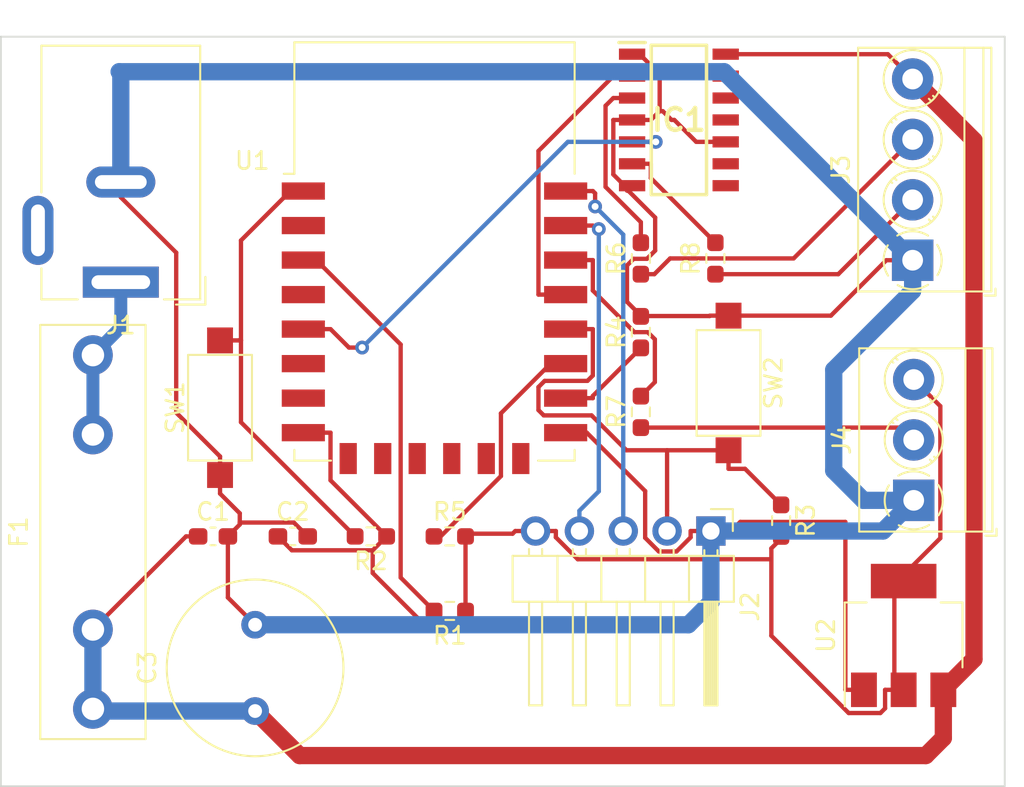
<source format=kicad_pcb>
(kicad_pcb (version 20211014) (generator pcbnew)
  (layers (0 "F.Cu" signal) (31 "B.Cu" signal) (34 "B.Paste" user) (35 "F.Paste" user) (36 "B.SilkS" user "B.Silkscreen") (37 "F.SilkS" user "F.Silkscreen") (38 "B.Mask" user) (39 "F.Mask" user) (44 "Edge.Cuts" user))
  (net 0 "")
  (net 1 "+5V")
  (net 2 "GND")
  (net 3 "+3V3")
  (net 4 "Net-(F1-Pad2)")
  (net 5 "GPIO4")
  (net 6 "DIN")
  (net 7 "GPIO14")
  (net 8 "CLK")
  (net 13 "GPIO0")
  (net 14 "TX")
  (net 15 "RX")
  (net 16 "Net-(J3-Pad2)")
  (net 17 "Net-(J3-Pad3)")
  (net 18 "Net-(J4-Pad2)")
  (net 19 "Net-(R1-Pad2)")
  (net 20 "Net-(R2-Pad2)")
  (net 21 "Net-(R4-Pad1)")
  (net 22 "Net-(R5-Pad1)")
  (net 23 "DHT")
  (footprint "TerminalBlock_Phoenix:TerminalBlock_Phoenix_PT-1,5-3-3.5-H_1x03_P3.50mm_Horizontal" (layer "F.Cu") (at 99.884 69.794 90)
    (fp_text reference "J4" (at 3.5 -4.16 90) (layer "F.SilkS"))
    (fp_text value "DHT11 / DHT22")
    (fp_line (start -1.81 -3.16) (end -1.81 4.56) (layer "F.SilkS") (width 0.12))
    (fp_line (start -1.81 3) (end 8.81 3) (layer "F.SilkS") (width 0.12))
    (fp_line (start 4.775 -1.069) (end 4.646 -0.941) (layer "F.SilkS") (width 0.12))
    (fp_line (start 8.81 -3.16) (end 8.81 4.56) (layer "F.SilkS") (width 0.12))
    (fp_line (start 2.525 1.181) (end 2.431 1.274) (layer "F.SilkS") (width 0.12))
    (fp_line (start 6.025 1.181) (end 5.931 1.274) (layer "F.SilkS") (width 0.12))
    (fp_line (start -2.05 4.8) (end -1.65 4.8) (layer "F.SilkS") (width 0.12))
    (fp_line (start 2.355 0.941) (end 2.226 1.069) (layer "F.SilkS") (width 0.12))
    (fp_line (start 8.275 -1.069) (end 8.146 -0.941) (layer "F.SilkS") (width 0.12))
    (fp_line (start 4.57 -1.275) (end 4.476 -1.181) (layer "F.SilkS") (width 0.12))
    (fp_line (start -1.81 4.1) (end 8.81 4.1) (layer "F.SilkS") (width 0.12))
    (fp_line (start -2.05 4.16) (end -2.05 4.8) (layer "F.SilkS") (width 0.12))
    (fp_line (start 8.07 -1.275) (end 7.976 -1.181) (layer "F.SilkS") (width 0.12))
    (fp_line (start -1.81 -3.16) (end 8.81 -3.16) (layer "F.SilkS") (width 0.12))
    (fp_line (start -1.81 4.56) (end 8.81 4.56) (layer "F.SilkS") (width 0.12))
    (fp_line (start 5.855 0.941) (end 5.726 1.069) (layer "F.SilkS") (width 0.12))
    (fp_arc (start -0.889894 -1.425358) (mid -0.014012 -1.680286) (end 0.866 -1.44) (layer "F.SilkS") (width 0.12))
    (fp_arc (start 0.890264 1.424721) (mid 0.463071 1.61492) (end 0 1.68) (layer "F.SilkS") (width 0.12))
    (fp_arc (start 1.425504 -0.890193) (mid 1.680626 0.000476) (end 1.425 0.891) (layer "F.SilkS") (width 0.12))
    (fp_arc (start -1.425358 0.889894) (mid -1.680286 0.014012) (end -1.44 -0.866) (layer "F.SilkS") (width 0.12))
    (fp_arc (start 0.028674 1.680099) (mid -0.435535 1.622918) (end -0.866 1.44) (layer "F.SilkS") (width 0.12))
    (fp_circle (center 7 0) (end 8.68 0) (layer "F.SilkS") (width 0.12) (fill none))
    (fp_circle (center 3.5 0) (end 5.18 0) (layer "F.SilkS") (width 0.12) (fill none))
    (pad "1" thru_hole rect locked (at 0 0 90) (size 2.4 2.4) (drill 1.2) (layers *.Cu *.Mask) (net 2 "GND"))
    (pad "2" thru_hole circle locked (at 3.5 0 90) (size 2.4 2.4) (drill 1.2) (layers *.Cu *.Mask) (net 18 "Net-(J4-Pad2)"))
    (pad "3" thru_hole circle locked (at 7 0 90) (size 2.4 2.4) (drill 1.2) (layers *.Cu *.Mask) (net 3 "+3V3"))
  )
  (footprint "Capacitor_SMD:C_0603_1608Metric_Pad1.08x0.95mm_HandSolder" (layer "F.Cu") (at 63.9075 71.882)
    (fp_text reference "C2" (at 0 -1.43) (layer "F.SilkS"))
    (fp_text value "100nF")
    (fp_line (start -0.146267 0.51) (end 0.146267 0.51) (layer "F.SilkS") (width 0.12))
    (fp_line (start -0.146267 -0.51) (end 0.146267 -0.51) (layer "F.SilkS") (width 0.12))
    (pad "1" smd roundrect locked (at -0.8625 0) (size 1.075 0.95) (layers "F.Cu" "F.Paste" "F.Mask") (net 3 "+3V3"))
    (pad "2" smd roundrect locked (at 0.8625 0) (size 1.075 0.95) (layers "F.Cu" "F.Paste" "F.Mask") (net 2 "GND"))
  )
  (footprint "Connector_BarrelJack:BarrelJack_Wuerth_6941xx301002" (layer "F.Cu") (at 53.94 57.15 180)
    (fp_text reference "J1" (at 0 -2.5) (layer "F.SilkS"))
    (fp_text value "Barrel_Jack")
    (fp_line (start 2.5 -1) (end 4.6 -1) (layer "F.SilkS") (width 0.12))
    (fp_line (start -4.9 -1.3) (end -4.9 0.3) (layer "F.SilkS") (width 0.12))
    (fp_line (start 4.6 -1) (end 4.6 0.8) (layer "F.SilkS") (width 0.12))
    (fp_line (start 4.6 13.7) (end -4.6 13.7) (layer "F.SilkS") (width 0.12))
    (fp_line (start -3.2 -1.3) (end -4.9 -1.3) (layer "F.SilkS") (width 0.12))
    (fp_line (start 4.6 5.2) (end 4.6 13.7) (layer "F.SilkS") (width 0.12))
    (fp_line (start -4.6 -1) (end -2.5 -1) (layer "F.SilkS") (width 0.12))
    (fp_line (start -4.6 13.7) (end -4.6 -1) (layer "F.SilkS") (width 0.12))
    (pad "1" thru_hole rect locked (at 0 0 180) (size 4.4 1.8) (drill oval 3.4 0.8) (layers *.Cu *.Mask) (net 4 "Net-(F1-Pad2)"))
    (pad "2" thru_hole oval locked (at 0 5.8 180) (size 4 1.8) (drill oval 3 0.8) (layers *.Cu *.Mask) (net 2 "GND"))
    (pad "3" thru_hole oval locked (at 4.8 3 270) (size 4 1.8) (drill oval 3 0.8) (layers *.Cu *.Mask))
  )
  (footprint "Resistor_SMD:R_0603_1608Metric_Pad0.98x0.95mm_HandSolder" (layer "F.Cu") (at 88.392 55.7765 90)
    (fp_text reference "R8" (at 0 -1.43 90) (layer "F.SilkS"))
    (fp_text value "330Ω")
    (fp_line (start -0.254724 -0.5225) (end 0.254724 -0.5225) (layer "F.SilkS") (width 0.12))
    (fp_line (start -0.254724 0.5225) (end 0.254724 0.5225) (layer "F.SilkS") (width 0.12))
    (pad "1" smd roundrect locked (at -0.9125 0 90) (size 0.975 0.95) (layers "F.Cu" "F.Paste" "F.Mask") (net 16 "Net-(J3-Pad2)"))
    (pad "2" smd roundrect locked (at 0.9125 0 90) (size 0.975 0.95) (layers "F.Cu" "F.Paste" "F.Mask") (net 8 "CLK"))
  )
  (footprint "Resistor_SMD:R_0603_1608Metric_Pad0.98x0.95mm_HandSolder" (layer "F.Cu") (at 84.074 55.7765 90)
    (fp_text reference "R6" (at 0 -1.43 90) (layer "F.SilkS"))
    (fp_text value "330Ω")
    (fp_line (start -0.254724 0.5225) (end 0.254724 0.5225) (layer "F.SilkS") (width 0.12))
    (fp_line (start -0.254724 -0.5225) (end 0.254724 -0.5225) (layer "F.SilkS") (width 0.12))
    (pad "1" smd roundrect locked (at -0.9125 0 90) (size 0.975 0.95) (layers "F.Cu" "F.Paste" "F.Mask") (net 17 "Net-(J3-Pad3)"))
    (pad "2" smd roundrect locked (at 0.9125 0 90) (size 0.975 0.95) (layers "F.Cu" "F.Paste" "F.Mask") (net 6 "DIN"))
  )
  (footprint "Resistor_SMD:R_0603_1608Metric_Pad0.98x0.95mm_HandSolder" (layer "F.Cu") (at 92.202 70.9695 -90)
    (fp_text reference "R3" (at 0 -1.43 90) (layer "F.SilkS"))
    (fp_text value "10kΩ")
    (fp_line (start -0.254724 -0.5225) (end 0.254724 -0.5225) (layer "F.SilkS") (width 0.12))
    (fp_line (start -0.254724 0.5225) (end 0.254724 0.5225) (layer "F.SilkS") (width 0.12))
    (pad "1" smd roundrect locked (at -0.9125 0 270) (size 0.975 0.95) (layers "F.Cu" "F.Paste" "F.Mask") (net 13 "GPIO0"))
    (pad "2" smd roundrect locked (at 0.9125 0 270) (size 0.975 0.95) (layers "F.Cu" "F.Paste" "F.Mask") (net 3 "+3V3"))
  )
  (footprint "RF_Module:ESP-12E" (layer "F.Cu") (at 72.116 55.372)
    (fp_text reference "U1" (at -10.56 -5.26) (layer "F.SilkS"))
    (fp_text value "ESP-12E")
    (fp_line (start 8.12 12.12) (end 6 12.12) (layer "F.SilkS") (width 0.12))
    (fp_line (start -6 12.12) (end -8.12 12.12) (layer "F.SilkS") (width 0.12))
    (fp_line (start -8.12 12.12) (end -8.12 11.5) (layer "F.SilkS") (width 0.12))
    (fp_line (start 8.12 11.5) (end 8.12 12.12) (layer "F.SilkS") (width 0.12))
    (fp_line (start -8.12 -4.5) (end -8.73 -4.5) (layer "F.SilkS") (width 0.12))
    (fp_line (start 8.12 -12.12) (end 8.12 -4.5) (layer "F.SilkS") (width 0.12))
    (fp_line (start -8.12 -12.12) (end 8.12 -12.12) (layer "F.SilkS") (width 0.12))
    (fp_line (start -8.12 -4.5) (end -8.12 -12.12) (layer "F.SilkS") (width 0.12))
    (pad "1" smd rect locked (at -7.6 -3.5) (size 2.5 1) (layers "F.Cu" "F.Paste" "F.Mask") (net 20 "Net-(R2-Pad2)"))
    (pad "2" smd rect locked (at -7.6 -1.5) (size 2.5 1) (layers "F.Cu" "F.Paste" "F.Mask"))
    (pad "3" smd rect locked (at -7.6 0.5) (size 2.5 1) (layers "F.Cu" "F.Paste" "F.Mask") (net 19 "Net-(R1-Pad2)"))
    (pad "4" smd rect locked (at -7.6 2.5) (size 2.5 1) (layers "F.Cu" "F.Paste" "F.Mask"))
    (pad "5" smd rect locked (at -7.6 4.5) (size 2.5 1) (layers "F.Cu" "F.Paste" "F.Mask") (net 7 "GPIO14"))
    (pad "6" smd rect locked (at -7.6 6.5) (size 2.5 1) (layers "F.Cu" "F.Paste" "F.Mask"))
    (pad "7" smd rect locked (at -7.6 8.5) (size 2.5 1) (layers "F.Cu" "F.Paste" "F.Mask"))
    (pad "8" smd rect locked (at -7.6 10.5) (size 2.5 1) (layers "F.Cu" "F.Paste" "F.Mask") (net 3 "+3V3"))
    (pad "9" smd rect locked (at -5 12) (size 1 1.8) (layers "F.Cu" "F.Paste" "F.Mask"))
    (pad "10" smd rect locked (at -3 12) (size 1 1.8) (layers "F.Cu" "F.Paste" "F.Mask"))
    (pad "11" smd rect locked (at -1 12) (size 1 1.8) (layers "F.Cu" "F.Paste" "F.Mask"))
    (pad "12" smd rect locked (at 1 12) (size 1 1.8) (layers "F.Cu" "F.Paste" "F.Mask"))
    (pad "13" smd rect locked (at 3 12) (size 1 1.8) (layers "F.Cu" "F.Paste" "F.Mask"))
    (pad "14" smd rect locked (at 5 12) (size 1 1.8) (layers "F.Cu" "F.Paste" "F.Mask"))
    (pad "15" smd rect locked (at 7.6 10.5) (size 2.5 1) (layers "F.Cu" "F.Paste" "F.Mask") (net 2 "GND"))
    (pad "16" smd rect locked (at 7.6 8.5) (size 2.5 1) (layers "F.Cu" "F.Paste" "F.Mask") (net 21 "Net-(R4-Pad1)"))
    (pad "17" smd rect locked (at 7.6 6.5) (size 2.5 1) (layers "F.Cu" "F.Paste" "F.Mask") (net 22 "Net-(R5-Pad1)"))
    (pad "18" smd rect locked (at 7.6 4.5) (size 2.5 1) (layers "F.Cu" "F.Paste" "F.Mask") (net 13 "GPIO0"))
    (pad "19" smd rect locked (at 7.6 2.5) (size 2.5 1) (layers "F.Cu" "F.Paste" "F.Mask") (net 5 "GPIO4"))
    (pad "20" smd rect locked (at 7.6 0.5) (size 2.5 1) (layers "F.Cu" "F.Paste" "F.Mask") (net 23 "DHT"))
    (pad "21" smd rect locked (at 7.6 -1.5) (size 2.5 1) (layers "F.Cu" "F.Paste" "F.Mask") (net 15 "RX"))
    (pad "22" smd rect locked (at 7.6 -3.5) (size 2.5 1) (layers "F.Cu" "F.Paste" "F.Mask") (net 14 "TX"))
  )
  (footprint "Resistor_SMD:R_0603_1608Metric_Pad0.98x0.95mm_HandSolder" (layer "F.Cu") (at 73.0015 71.882)
    (fp_text reference "R5" (at 0 -1.43) (layer "F.SilkS"))
    (fp_text value "10kΩ")
    (fp_line (start -0.254724 -0.5225) (end 0.254724 -0.5225) (layer "F.SilkS") (width 0.12))
    (fp_line (start -0.254724 0.5225) (end 0.254724 0.5225) (layer "F.SilkS") (width 0.12))
    (pad "1" smd roundrect locked (at -0.9125 0) (size 0.975 0.95) (layers "F.Cu" "F.Paste" "F.Mask") (net 22 "Net-(R5-Pad1)"))
    (pad "2" smd roundrect locked (at 0.9125 0) (size 0.975 0.95) (layers "F.Cu" "F.Paste" "F.Mask") (net 3 "+3V3"))
  )
  (footprint "Resistor_SMD:R_0603_1608Metric_Pad0.98x0.95mm_HandSolder" (layer "F.Cu") (at 84.074 64.6665 90)
    (fp_text reference "R7" (at 0 -1.43 90) (layer "F.SilkS"))
    (fp_text value "330Ω")
    (fp_line (start -0.254724 -0.5225) (end 0.254724 -0.5225) (layer "F.SilkS") (width 0.12))
    (fp_line (start -0.254724 0.5225) (end 0.254724 0.5225) (layer "F.SilkS") (width 0.12))
    (pad "1" smd roundrect locked (at -0.9125 0 90) (size 0.975 0.95) (layers "F.Cu" "F.Paste" "F.Mask") (net 18 "Net-(J4-Pad2)"))
    (pad "2" smd roundrect locked (at 0.9125 0 90) (size 0.975 0.95) (layers "F.Cu" "F.Paste" "F.Mask") (net 23 "DHT"))
  )
  (footprint "Button_Switch_SMD:SW_SPST_CK_RS282G05A3" (layer "F.Cu") (at 59.69 64.426 90)
    (fp_text reference "SW1" (at 0 -2.6 90) (layer "F.SilkS"))
    (fp_text value "Reset")
    (fp_line (start -3.06 1.85) (end -3.06 -1.85) (layer "F.SilkS") (width 0.12))
    (fp_line (start -3.06 -1.85) (end 3.06 -1.85) (layer "F.SilkS") (width 0.12))
    (fp_line (start 3.06 1.85) (end -3.06 1.85) (layer "F.SilkS") (width 0.12))
    (fp_line (start 3.06 -1.85) (end 3.06 1.85) (layer "F.SilkS") (width 0.12))
    (pad "1" smd rect locked (at -3.9 0 90) (size 1.5 1.5) (layers "F.Cu" "F.Paste" "F.Mask") (net 2 "GND"))
    (pad "2" smd rect locked (at 3.9 0 90) (size 1.5 1.5) (layers "F.Cu" "F.Paste" "F.Mask") (net 20 "Net-(R2-Pad2)"))
  )
  (footprint "Resistor_SMD:R_0603_1608Metric_Pad0.98x0.95mm_HandSolder" (layer "F.Cu") (at 84.074 60.0475 90)
    (fp_text reference "R4" (at 0 -1.43 90) (layer "F.SilkS"))
    (fp_text value "10kΩ")
    (fp_line (start -0.254724 -0.5225) (end 0.254724 -0.5225) (layer "F.SilkS") (width 0.12))
    (fp_line (start -0.254724 0.5225) (end 0.254724 0.5225) (layer "F.SilkS") (width 0.12))
    (pad "1" smd roundrect locked (at -0.9125 0 90) (size 0.975 0.95) (layers "F.Cu" "F.Paste" "F.Mask") (net 21 "Net-(R4-Pad1)"))
    (pad "2" smd roundrect locked (at 0.9125 0 90) (size 0.975 0.95) (layers "F.Cu" "F.Paste" "F.Mask") (net 2 "GND"))
  )
  (footprint "Fuse:Fuseholder_Littelfuse_100_series_5x20mm" (layer "F.Cu") (at 52.324 81.878 90)
    (fp_text reference "F1" (at 10.25 -4.3 90 unlocked) (layer "F.SilkS"))
    (fp_text value "Fuse")
    (fp_line (start 22.25 -3.05) (end 22.25 3.05) (layer "F.SilkS") (width 0.12))
    (fp_line (start -1.75 -3.05) (end 22.25 -3.05) (layer "F.SilkS") (width 0.12))
    (fp_line (start 22.25 3.05) (end -1.75 3.05) (layer "F.SilkS") (width 0.12))
    (fp_line (start -1.75 3.05) (end -1.75 -3.05) (layer "F.SilkS") (width 0.12))
    (pad "1" thru_hole circle (at 4.6 0 90) (size 2.3 2.3) (drill 1.3) (layers *.Cu *.Mask) (net 1 "+5V"))
    (pad "1" thru_hole circle (at 0 0 90) (size 2.3 2.3) (drill 1.3) (layers *.Cu *.Mask) (net 1 "+5V"))
    (pad "2" thru_hole circle (at 20.5 0 90) (size 2.3 2.3) (drill 1.3) (layers *.Cu *.Mask) (net 4 "Net-(F1-Pad2)"))
    (pad "2" thru_hole circle (at 15.9 0 90) (size 2.3 2.3) (drill 1.3) (layers *.Cu *.Mask) (net 4 "Net-(F1-Pad2)"))
  )
  (footprint "Resistor_SMD:R_0603_1608Metric_Pad0.98x0.95mm_HandSolder" (layer "F.Cu") (at 73.0015 76.2 180)
    (fp_text reference "R1" (at 0 -1.43) (layer "F.SilkS"))
    (fp_text value "10kΩ")
    (fp_line (start -0.254724 -0.5225) (end 0.254724 -0.5225) (layer "F.SilkS") (width 0.12))
    (fp_line (start -0.254724 0.5225) (end 0.254724 0.5225) (layer "F.SilkS") (width 0.12))
    (pad "1" smd roundrect locked (at -0.9125 0 180) (size 0.975 0.95) (layers "F.Cu" "F.Paste" "F.Mask") (net 3 "+3V3"))
    (pad "2" smd roundrect locked (at 0.9125 0 180) (size 0.975 0.95) (layers "F.Cu" "F.Paste" "F.Mask") (net 19 "Net-(R1-Pad2)"))
  )
  (footprint "Capacitor_THT:C_Radial_D10.0mm_H20.0mm_P5.00mm" (layer "F.Cu") (at 61.722 82.002 90)
    (fp_text reference "C3" (at 2.5 -6.25 90) (layer "F.SilkS"))
    (fp_text value "1000μF")
    (fp_circle (center 2.5 0) (end 7.62 0) (layer "F.SilkS") (width 0.12) (fill none))
    (pad "1" thru_hole circle locked (at 0 0 90) (size 1.6 1.6) (drill 0.8) (layers *.Cu *.Mask) (net 1 "+5V"))
    (pad "2" thru_hole circle locked (at 5 0 90) (size 1.6 1.6) (drill 0.8) (layers *.Cu *.Mask) (net 2 "GND"))
  )
  (footprint "TerminalBlock_Phoenix:TerminalBlock_Phoenix_PT-1,5-4-3.5-H_1x04_P3.50mm_Horizontal" (layer "F.Cu") (at 99.822 55.88 90)
    (fp_text reference "J3" (at 5.25 -4.16 90) (layer "F.SilkS"))
    (fp_text value "WLED (VCC, DI, CI, GND)")
    (fp_line (start 11.775 -1.069) (end 11.646 -0.941) (layer "F.SilkS") (width 0.12))
    (fp_line (start 11.57 -1.275) (end 11.476 -1.181) (layer "F.SilkS") (width 0.12))
    (fp_line (start 12.31 -3.16) (end 12.31 4.56) (layer "F.SilkS") (width 0.12))
    (fp_line (start -1.81 4.1) (end 12.31 4.1) (layer "F.SilkS") (width 0.12))
    (fp_line (start -1.81 -3.16) (end 12.31 -3.16) (layer "F.SilkS") (width 0.12))
    (fp_line (start 4.57 -1.275) (end 4.476 -1.181) (layer "F.SilkS") (width 0.12))
    (fp_line (start 6.025 1.181) (end 5.931 1.274) (layer "F.SilkS") (width 0.12))
    (fp_line (start 5.855 0.941) (end 5.726 1.069) (layer "F.SilkS") (width 0.12))
    (fp_line (start 2.355 0.941) (end 2.226 1.069) (layer "F.SilkS") (width 0.12))
    (fp_line (start 2.525 1.181) (end 2.431 1.274) (layer "F.SilkS") (width 0.12))
    (fp_line (start 8.275 -1.069) (end 8.146 -0.941) (layer "F.SilkS") (width 0.12))
    (fp_line (start -1.81 -3.16) (end -1.81 4.56) (layer "F.SilkS") (width 0.12))
    (fp_line (start 9.525 1.181) (end 9.431 1.274) (layer "F.SilkS") (width 0.12))
    (fp_line (start 8.07 -1.275) (end 7.976 -1.181) (layer "F.SilkS") (width 0.12))
    (fp_line (start -1.81 3) (end 12.31 3) (layer "F.SilkS") (width 0.12))
    (fp_line (start 9.355 0.941) (end 9.226 1.069) (layer "F.SilkS") (width 0.12))
    (fp_line (start -2.05 4.8) (end -1.65 4.8) (layer "F.SilkS") (width 0.12))
    (fp_line (start -2.05 4.16) (end -2.05 4.8) (layer "F.SilkS") (width 0.12))
    (fp_line (start 4.775 -1.069) (end 4.646 -0.941) (layer "F.SilkS") (width 0.12))
    (fp_line (start -1.81 4.56) (end 12.31 4.56) (layer "F.SilkS") (width 0.12))
    (fp_arc (start 0.890264 1.424721) (mid 0.463071 1.61492) (end 0 1.68) (layer "F.SilkS") (width 0.12))
    (fp_arc (start 1.425504 -0.890193) (mid 1.680626 0.000476) (end 1.425 0.891) (layer "F.SilkS") (width 0.12))
    (fp_arc (start -1.425358 0.889894) (mid -1.680286 0.014012) (end -1.44 -0.866) (layer "F.SilkS") (width 0.12))
    (fp_arc (start 0.028674 1.680099) (mid -0.435535 1.622918) (end -0.866 1.44) (layer "F.SilkS") (width 0.12))
    (fp_arc (start -0.889894 -1.425358) (mid -0.014012 -1.680286) (end 0.866 -1.44) (layer "F.SilkS") (width 0.12))
    (fp_circle (center 10.5 0) (end 12.18 0) (layer "F.SilkS") (width 0.12) (fill none))
    (fp_circle (center 7 0) (end 8.68 0) (layer "F.SilkS") (width 0.12) (fill none))
    (fp_circle (center 3.5 0) (end 5.18 0) (layer "F.SilkS") (width 0.12) (fill none))
    (pad "1" thru_hole rect locked (at 0 0 90) (size 2.4 2.4) (drill 1.2) (layers *.Cu *.Mask) (net 2 "GND"))
    (pad "2" thru_hole circle locked (at 3.5 0 90) (size 2.4 2.4) (drill 1.2) (layers *.Cu *.Mask) (net 16 "Net-(J3-Pad2)"))
    (pad "3" thru_hole circle locked (at 7 0 90) (size 2.4 2.4) (drill 1.2) (layers *.Cu *.Mask) (net 17 "Net-(J3-Pad3)"))
    (pad "4" thru_hole circle locked (at 10.5 0 90) (size 2.4 2.4) (drill 1.2) (layers *.Cu *.Mask) (net 1 "+5V"))
  )
  (footprint "Button_Switch_SMD:SW_SPST_CK_RS282G05A3" (layer "F.Cu") (at 89.154 62.992 -90)
    (fp_text reference "SW2" (at 0 -2.6 90) (layer "F.SilkS"))
    (fp_text value "Prog")
    (fp_line (start 3.06 -1.85) (end 3.06 1.85) (layer "F.SilkS") (width 0.12))
    (fp_line (start -3.06 1.85) (end -3.06 -1.85) (layer "F.SilkS") (width 0.12))
    (fp_line (start 3.06 1.85) (end -3.06 1.85) (layer "F.SilkS") (width 0.12))
    (fp_line (start -3.06 -1.85) (end 3.06 -1.85) (layer "F.SilkS") (width 0.12))
    (pad "1" smd rect locked (at -3.9 0 270) (size 1.5 1.5) (layers "F.Cu" "F.Paste" "F.Mask") (net 2 "GND"))
    (pad "2" smd rect locked (at 3.9 0 270) (size 1.5 1.5) (layers "F.Cu" "F.Paste" "F.Mask") (net 13 "GPIO0"))
  )
  (footprint "Capacitor_SMD:C_0603_1608Metric_Pad1.08x0.95mm_HandSolder" (layer "F.Cu") (at 59.2825 71.882)
    (fp_text reference "C1" (at 0 -1.43) (layer "F.SilkS"))
    (fp_text value "100nF")
    (fp_line (start -0.146267 -0.51) (end 0.146267 -0.51) (layer "F.SilkS") (width 0.12))
    (fp_line (start -0.146267 0.51) (end 0.146267 0.51) (layer "F.SilkS") (width 0.12))
    (pad "1" smd roundrect locked (at -0.8625 0) (size 1.075 0.95) (layers "F.Cu" "F.Paste" "F.Mask") (net 1 "+5V"))
    (pad "2" smd roundrect locked (at 0.8625 0) (size 1.075 0.95) (layers "F.Cu" "F.Paste" "F.Mask") (net 2 "GND"))
  )
  (footprint "Resistor_SMD:R_0603_1608Metric_Pad0.98x0.95mm_HandSolder" (layer "F.Cu") (at 68.4295 71.882 180)
    (fp_text reference "R2" (at 0 -1.43) (layer "F.SilkS"))
    (fp_text value "10kΩ")
    (fp_line (start -0.254724 0.5225) (end 0.254724 0.5225) (layer "F.SilkS") (width 0.12))
    (fp_line (start -0.254724 -0.5225) (end 0.254724 -0.5225) (layer "F.SilkS") (width 0.12))
    (pad "1" smd roundrect locked (at -0.9125 0 180) (size 0.975 0.95) (layers "F.Cu" "F.Paste" "F.Mask") (net 3 "+3V3"))
    (pad "2" smd roundrect locked (at 0.9125 0 180) (size 0.975 0.95) (layers "F.Cu" "F.Paste" "F.Mask") (net 20 "Net-(R2-Pad2)"))
  )
  (footprint "Connector_PinHeader_2.54mm:PinHeader_1x05_P2.54mm_Horizontal" (layer "F.Cu") (at 88.133 71.571 -90)
    (fp_text reference "J2" (at 4.385 -2.27 90) (layer "F.SilkS"))
    (fp_text value "FTDI Programmer")
    (fp_line (start 1.44 11.49) (end 4.1 11.49) (layer "F.SilkS") (width 0.12))
    (fp_line (start 10.1 0.38) (end 4.1 0.38) (layer "F.SilkS") (width 0.12))
    (fp_line (start 1.11 -0.38) (end 1.44 -0.38) (layer "F.SilkS") (width 0.12))
    (fp_line (start 1.11 0.38) (end 1.44 0.38) (layer "F.SilkS") (width 0.12))
    (fp_line (start 1.042929 9.78) (end 1.44 9.78) (layer "F.SilkS") (width 0.12))
    (fp_line (start -1.27 -1.27) (end 0 -1.27) (layer "F.SilkS") (width 0.12))
    (fp_line (start 10.1 2.16) (end 10.1 2.92) (layer "F.SilkS") (width 0.12))
    (fp_line (start 10.1 8) (end 4.1 8) (layer "F.SilkS") (width 0.12))
    (fp_line (start 1.042929 8) (end 1.44 8) (layer "F.SilkS") (width 0.12))
    (fp_line (start 4.1 2.16) (end 10.1 2.16) (layer "F.SilkS") (width 0.12))
    (fp_line (start 4.1 0.16) (end 10.1 0.16) (layer "F.SilkS") (width 0.12))
    (fp_line (start 4.1 -0.32) (end 10.1 -0.32) (layer "F.SilkS") (width 0.12))
    (fp_line (start 1.042929 4.7) (end 1.44 4.7) (layer "F.SilkS") (width 0.12))
    (fp_line (start 10.1 2.92) (end 4.1 2.92) (layer "F.SilkS") (width 0.12))
    (fp_line (start 4.1 -0.38) (end 10.1 -0.38) (layer "F.SilkS") (width 0.12))
    (fp_line (start 4.1 -0.2) (end 10.1 -0.2) (layer "F.SilkS") (width 0.12))
    (fp_line (start 10.1 9.78) (end 10.1 10.54) (layer "F.SilkS") (width 0.12))
    (fp_line (start 4.1 9.78) (end 10.1 9.78) (layer "F.SilkS") (width 0.12))
    (fp_line (start 1.44 3.81) (end 4.1 3.81) (layer "F.SilkS") (width 0.12))
    (fp_line (start 10.1 7.24) (end 10.1 8) (layer "F.SilkS") (width 0.12))
    (fp_line (start 4.1 0.28) (end 10.1 0.28) (layer "F.SilkS") (width 0.12))
    (fp_line (start 4.1 -0.08) (end 10.1 -0.08) (layer "F.SilkS") (width 0.12))
    (fp_line (start 10.1 -0.38) (end 10.1 0.38) (layer "F.SilkS") (width 0.12))
    (fp_line (start 4.1 -1.33) (end 1.44 -1.33) (layer "F.SilkS") (width 0.12))
    (fp_line (start -1.27 0) (end -1.27 -1.27) (layer "F.SilkS") (width 0.12))
    (fp_line (start 4.1 0.04) (end 10.1 0.04) (layer "F.SilkS") (width 0.12))
    (fp_line (start 1.44 8.89) (end 4.1 8.89) (layer "F.SilkS") (width 0.12))
    (fp_line (start 10.1 5.46) (end 4.1 5.46) (layer "F.SilkS") (width 0.12))
    (fp_line (start 4.1 11.49) (end 4.1 -1.33) (layer "F.SilkS") (width 0.12))
    (fp_line (start 1.042929 2.16) (end 1.44 2.16) (layer "F.SilkS") (width 0.12))
    (fp_line (start 4.1 4.7) (end 10.1 4.7) (layer "F.SilkS") (width 0.12))
    (fp_line (start 10.1 10.54) (end 4.1 10.54) (layer "F.SilkS") (width 0.12))
    (fp_line (start 1.042929 7.24) (end 1.44 7.24) (layer "F.SilkS") (width 0.12))
    (fp_line (start 1.44 -1.33) (end 1.44 11.49) (layer "F.SilkS") (width 0.12))
    (fp_line (start 1.042929 2.92) (end 1.44 2.92) (layer "F.SilkS") (width 0.12))
    (fp_line (start 1.44 1.27) (end 4.1 1.27) (layer "F.SilkS") (width 0.12))
    (fp_line (start 4.1 7.24) (end 10.1 7.24) (layer "F.SilkS") (width 0.12))
    (fp_line (start 1.042929 10.54) (end 1.44 10.54) (layer "F.SilkS") (width 0.12))
    (fp_line (start 1.44 6.35) (end 4.1 6.35) (layer "F.SilkS") (width 0.12))
    (fp_line (start 10.1 4.7) (end 10.1 5.46) (layer "F.SilkS") (width 0.12))
    (fp_line (start 1.042929 5.46) (end 1.44 5.46) (layer "F.SilkS") (width 0.12))
    (pad "1" thru_hole rect locked (at 0 0 270) (size 1.7 1.7) (drill 1) (layers *.Cu *.Mask) (net 2 "GND"))
    (pad "2" thru_hole oval locked (at 0 2.54 270) (size 1.7 1.7) (drill 1) (layers *.Cu *.Mask) (net 13 "GPIO0"))
    (pad "3" thru_hole oval locked (at 0 5.08 270) (size 1.7 1.7) (drill 1) (layers *.Cu *.Mask) (net 14 "TX"))
    (pad "4" thru_hole oval locked (at 0 7.62 270) (size 1.7 1.7) (drill 1) (layers *.Cu *.Mask) (net 15 "RX"))
    (pad "5" thru_hole oval locked (at 0 10.16 270) (size 1.7 1.7) (drill 1) (layers *.Cu *.Mask) (net 3 "+3V3"))
  )
  (footprint "Package_TO_SOT_SMD:SOT-223-3_TabPin2" (layer "F.Cu") (at 99.3 77.622 90)
    (fp_text reference "U2" (at 0 -4.5 90) (layer "F.SilkS"))
    (fp_text value "AMS1117-3.3")
    (fp_line (start 1.91 -3.41) (end 1.91 -2.15) (layer "F.SilkS") (width 0.12))
    (fp_line (start -4.1 -3.41) (end 1.91 -3.41) (layer "F.SilkS") (width 0.12))
    (fp_line (start 1.91 3.41) (end 1.91 2.15) (layer "F.SilkS") (width 0.12))
    (fp_line (start -1.85 3.41) (end 1.91 3.41) (layer "F.SilkS") (width 0.12))
    (pad "1" smd rect locked (at -3.15 -2.3 90) (size 2 1.5) (layers "F.Cu" "F.Paste" "F.Mask") (net 2 "GND"))
    (pad "2" smd rect locked (at -3.15 0 90) (size 2 1.5) (layers "F.Cu" "F.Paste" "F.Mask") (net 3 "+3V3"))
    (pad "2" smd rect locked (at 3.15 0 90) (size 2 3.8) (layers "F.Cu" "F.Paste" "F.Mask") (net 3 "+3V3"))
    (pad "3" smd rect locked (at -3.15 2.3 90) (size 2 1.5) (layers "F.Cu" "F.Paste" "F.Mask") (net 1 "+5V"))
  )
  (footprint "OwnLibary:SOIC127P600X175-14N" (layer "F.Cu") (at 86.278 47.752)
    (fp_text reference "IC1" (at 0 0) (layer "F.SilkS") (effects (font (size 1.27 1.27) (thickness 0.254))))
    (fp_text value "SN74HCT125D" hide)
    (fp_line (start 1.6 -4.325) (end 1.6 4.325) (layer "F.SilkS") (width 0.2))
    (fp_line (start -3.475 -4.485) (end -1.95 -4.485) (layer "F.SilkS") (width 0.2))
    (fp_line (start -1.6 -4.325) (end 1.6 -4.325) (layer "F.SilkS") (width 0.2))
    (fp_line (start 1.6 4.325) (end -1.6 4.325) (layer "F.SilkS") (width 0.2))
    (fp_line (start -1.6 4.325) (end -1.6 -4.325) (layer "F.SilkS") (width 0.2))
    (pad "1" smd rect locked (at -2.712 -3.81 90) (size 0.65 1.525) (layers "F.Cu" "F.Paste" "F.Mask") (net 2 "GND"))
    (pad "2" smd rect locked (at -2.712 -2.54 90) (size 0.65 1.525) (layers "F.Cu" "F.Paste" "F.Mask") (net 5 "GPIO4"))
    (pad "3" smd rect locked (at -2.712 -1.27 90) (size 0.65 1.525) (layers "F.Cu" "F.Paste" "F.Mask") (net 6 "DIN"))
    (pad "4" smd rect locked (at -2.712 0 90) (size 0.65 1.525) (layers "F.Cu" "F.Paste" "F.Mask") (net 2 "GND"))
    (pad "5" smd rect locked (at -2.712 1.27 90) (size 0.65 1.525) (layers "F.Cu" "F.Paste" "F.Mask") (net 7 "GPIO14"))
    (pad "6" smd rect locked (at -2.712 2.54 90) (size 0.65 1.525) (layers "F.Cu" "F.Paste" "F.Mask") (net 8 "CLK"))
    (pad "7" smd rect locked (at -2.712 3.81 90) (size 0.65 1.525) (layers "F.Cu" "F.Paste" "F.Mask") (net 2 "GND"))
    (pad "8" smd rect locked (at 2.712 3.81 90) (size 0.65 1.525) (layers "F.Cu" "F.Paste" "F.Mask"))
    (pad "9" smd rect locked (at 2.712 2.54 90) (size 0.65 1.525) (layers "F.Cu" "F.Paste" "F.Mask"))
    (pad "10" smd rect locked (at 2.712 1.27 90) (size 0.65 1.525) (layers "F.Cu" "F.Paste" "F.Mask") (net 2 "GND"))
    (pad "11" smd rect locked (at 2.712 0 90) (size 0.65 1.525) (layers "F.Cu" "F.Paste" "F.Mask"))
    (pad "12" smd rect locked (at 2.712 -1.27 90) (size 0.65 1.525) (layers "F.Cu" "F.Paste" "F.Mask"))
    (pad "13" smd rect locked (at 2.712 -2.54 90) (size 0.65 1.525) (layers "F.Cu" "F.Paste" "F.Mask") (net 2 "GND"))
    (pad "14" smd rect locked (at 2.712 -3.81 90) (size 0.65 1.525) (layers "F.Cu" "F.Paste" "F.Mask") (net 1 "+5V"))
  )
  (gr_line (start 46.99 86.36) (end 46.99 42.926) (layer "Edge.Cuts") (width 0.1))
  (gr_line (start 105.156 42.926) (end 105.156 82.55) (layer "Edge.Cuts") (width 0.1))
  (gr_line (start 105.156 86.36) (end 46.99 86.36) (layer "Edge.Cuts") (width 0.1))
  (gr_line (start 105.156 82.55) (end 105.156 86.36) (layer "Edge.Cuts") (width 0.1))
  (gr_line (start 46.99 42.926) (end 105.156 42.926) (layer "Edge.Cuts") (width 0.1))
  (segment (start 99.822 45.38) (end 103.378 48.936) (width 1) (layer "F.Cu") (net 1))
  (segment (start 61.722 82.002) (end 64.302 84.582) (width 1) (layer "F.Cu") (net 1))
  (segment (start 58.42 71.882) (end 57.72 71.882) (width 0.25) (layer "F.Cu") (net 1))
  (segment (start 98.384 43.942) (end 99.822 45.38) (width 0.25) (layer "F.Cu") (net 1))
  (segment (start 103.378 78.994) (end 101.6 80.772) (width 1) (layer "F.Cu") (net 1))
  (segment (start 101.6 83.566) (end 101.6 80.772) (width 1) (layer "F.Cu") (net 1))
  (segment (start 103.378 48.936) (end 103.378 78.994) (width 1) (layer "F.Cu") (net 1))
  (segment (start 61.598 81.878) (end 61.722 82.002) (width 0.25) (layer "F.Cu") (net 1))
  (segment (start 64.302 84.582) (end 100.584 84.582) (width 1) (layer "F.Cu") (net 1))
  (segment (start 100.584 84.582) (end 101.6 83.566) (width 1) (layer "F.Cu") (net 1))
  (segment (start 88.99 43.942) (end 98.384 43.942) (width 0.25) (layer "F.Cu") (net 1))
  (segment (start 57.72 71.882) (end 52.324 77.278) (width 0.25) (layer "F.Cu") (net 1))
  (segment (start 52.324 81.878) (end 52.324 77.278) (width 1) (layer "B.Cu") (net 1))
  (segment (start 52.448 82.002) (end 52.324 81.878) (width 0.25) (layer "B.Cu") (net 1))
  (segment (start 61.722 82.002) (end 52.448 82.002) (width 1) (layer "B.Cu") (net 1))
  (segment (start 57.15 55.442) (end 53.94 52.232) (width 0.25) (layer "F.Cu") (net 2))
  (segment (start 85.1154 72.7557) (end 84.323 71.9633) (width 0.25) (layer "F.Cu") (net 2))
  (segment (start 86.1403 72.7557) (end 85.1154 72.7557) (width 0.25) (layer "F.Cu") (net 2))
  (segment (start 89.061 59.092) (end 89.154 59.092) (width 0.25) (layer "F.Cu") (net 2))
  (segment (start 99.822 55.88) (end 98.2967 55.88) (width 0.25) (layer "F.Cu") (net 2))
  (segment (start 59.69 68.326) (end 59.69 67.2507) (width 0.25) (layer "F.Cu") (net 2))
  (segment (start 86.0125 47.752) (end 85.852 47.752) (width 0.25) (layer "F.Cu") (net 2))
  (segment (start 89.408 49.022) (end 88.99 49.022) (width 0.25) (layer "F.Cu") (net 2))
  (segment (start 95.0847 59.092) (end 98.2967 55.88) (width 0.25) (layer "F.Cu") (net 2))
  (segment (start 85.1643 45.212) (end 88.5525 45.212) (width 0.25) (layer "F.Cu") (net 2))
  (segment (start 83.566 43.942) (end 84.0035 43.942) (width 0.25) (layer "F.Cu") (net 2))
  (segment (start 85.3415 47.2415) (end 85.1643 47.2415) (width 0.25) (layer "F.Cu") (net 2))
  (segment (start 85.852 47.752) (end 85.3415 47.2415) (width 0.25) (layer "F.Cu") (net 2))
  (segment (start 83.566 47.752) (end 82.4782 47.752) (width 0.25) (layer "F.Cu") (net 2))
  (segment (start 85.1643 45.1028) (end 84.0035 43.942) (width 0.25) (layer "F.Cu") (net 2))
  (segment (start 60.8337 71.0807) (end 60.8337 70.545) (width 0.25) (layer "F.Cu") (net 2))
  (segment (start 86.0125 47.752) (end 87.2825 49.022) (width 0.25) (layer "F.Cu") (net 2))
  (segment (start 60.8337 71.0807) (end 63.9687 71.0807) (width 0.25) (layer "F.Cu") (net 2))
  (segment (start 80.94 65.872) (end 79.716 65.872) (width 0.25) (layer "F.Cu") (net 2))
  (segment (start 88.99 45.212) (end 88.5525 45.212) (width 0.25) (layer "F.Cu") (net 2))
  (segment (start 60.8337 70.545) (end 59.69 69.4013) (width 0.25) (layer "F.Cu") (net 2))
  (segment (start 84.9022 55.3225) (end 84.4258 55.7989) (width 0.25) (layer "F.Cu") (net 2))
  (segment (start 86.9577 71.9383) (end 86.1403 72.7557) (width 0.25) (layer "F.Cu") (net 2))
  (segment (start 57.15 64.7107) (end 57.15 55.442) (width 0.25) (layer "F.Cu") (net 2))
  (segment (start 82.4782 50.9114) (end 82.4782 47.752) (width 0.25) (layer "F.Cu") (net 2))
  (segment (start 83.566 51.562) (end 83.3474 51.7806) (width 0.25) (layer "F.Cu") (net 2))
  (segment (start 53.94 52.232) (end 53.94 51.35) (width 0.25) (layer "F.Cu") (net 2))
  (segment (start 85.1643 47.2415) (end 84.6538 47.752) (width 0.25) (layer "F.Cu") (net 2))
  (segment (start 85.1643 45.212) (end 85.1643 45.1028) (width 0.25) (layer "F.Cu") (net 2))
  (segment (start 83.3474 51.7806) (end 83.311 51.817) (width 0.25) (layer "F.Cu") (net 2))
  (segment (start 84.323 71.9633) (end 84.323 69.255) (width 0.25) (layer "F.Cu") (net 2))
  (segment (start 83.27 56.1824) (end 83.27 58.288) (width 0.25) (layer "F.Cu") (net 2))
  (segment (start 88.99 45.212) (end 89.4275 45.212) (width 0.25) (layer "F.Cu") (net 2))
  (segment (start 60.145 71.882) (end 60.8337 71.1933) (width 0.25) (layer "F.Cu") (net 2))
  (segment (start 84.117 59.092) (end 84.0955 59.1135) (width 0.25) (layer "F.Cu") (net 2))
  (segment (start 97 80.772) (end 95.9247 80.772) (width 0.25) (layer "F.Cu") (net 2))
  (segment (start 59.69 67.2507) (end 58.6147 66.1754) (width 0.25) (layer "F.Cu") (net 2))
  (segment (start 86.9577 71.571) (end 86.9577 71.9383) (width 0.25) (layer "F.Cu") (net 2))
  (segment (start 84.323 69.255) (end 80.94 65.872) (width 0.25) (layer "F.Cu") (net 2))
  (segment (start 89.8346 71.0447) (end 89.3083 71.571) (width 0.25) (layer "F.Cu") (net 2))
  (segment (start 84.4258 55.7989) (end 83.6535 55.7989) (width 0.25) (layer "F.Cu") (net 2))
  (segment (start 88.133 71.571) (end 89.3083 71.571) (width 0.25) (layer "F.Cu") (net 2))
  (segment (start 95.9247 71.0447) (end 95.9247 80.772) (width 0.25) (layer "F.Cu") (net 2))
  (segment (start 83.311 51.817) (end 83.2745 51.8535) (width 0.25) (layer "F.Cu") (net 2))
  (segment (start 85.1643 47.2415) (end 85.1643 45.212) (width 0.25) (layer "F.Cu") (net 2))
  (segment (start 60.8337 71.1933) (end 60.8337 71.0807) (width 0.25) (layer "F.Cu") (net 2))
  (segment (start 83.6535 55.7989) (end 83.27 56.1824) (width 0.25) (layer "F.Cu") (net 2))
  (segment (start 63.9687 71.0807) (end 64.77 71.882) (width 0.25) (layer "F.Cu") (net 2))
  (segment (start 84.0955 59.1135) (end 84.074 59.135) (width 0.25) (layer "F.Cu") (net 2))
  (segment (start 88.133 71.571) (end 86.9577 71.571) (width 0.25) (layer "F.Cu") (net 2))
  (segment (start 83.27 58.288) (end 84.0955 59.1135) (width 0.25) (layer "F.Cu") (net 2))
  (segment (start 58.6147 66.1754) (end 57.15 64.7107) (width 0.25) (layer "F.Cu") (net 2))
  (segment (start 83.3474 51.7806) (end 82.4782 50.9114) (width 0.25) (layer "F.Cu") (net 2))
  (segment (start 95.9247 71.0447) (end 89.8346 71.0447) (width 0.25) (layer "F.Cu") (net 2))
  (segment (start 60.145 75.425) (end 61.722 77.002) (width 0.25) (layer "F.Cu") (net 2))
  (segment (start 60.145 71.882) (end 60.145 75.425) (width 0.25) (layer "F.Cu") (net 2))
  (segment (start 84.0955 59.1135) (end 88.0572 59.1135) (width 0.25) (layer "F.Cu") (net 2))
  (segment (start 59.69 68.326) (end 59.69 69.4013) (width 0.25) (layer "F.Cu") (net 2))
  (segment (start 87.2825 49.022) (end 88.99 49.022) (width 0.25) (layer "F.Cu") (net 2))
  (segment (start 89.061 59.092) (end 88.0787 59.092) (width 0.25) (layer "F.Cu") (net 2))
  (segment (start 89.154 59.092) (end 95.0847 59.092) (width 0.25) (layer "F.Cu") (net 2))
  (segment (start 84.9022 53.4082) (end 84.9022 55.3225) (width 0.25) (layer "F.Cu") (net 2))
  (segment (start 83.311 51.817) (end 84.9022 53.4082) (width 0.25) (layer "F.Cu") (net 2))
  (segment (start 83.566 47.752) (end 84.6538 47.752) (width 0.25) (layer "F.Cu") (net 2))
  (segment (start 83.566 51.562) (end 84.0035 51.562) (width 0.25) (layer "F.Cu") (net 2))
  (segment (start 88.0572 59.1135) (end 88.0787 59.092) (width 0.25) (layer "F.Cu") (net 2))
  (segment (start 53.94 51.35) (end 53.94 45.05) (width 1) (layer "B.Cu") (net 2))
  (segment (start 99.822 57.658) (end 95.25 62.23) (width 1) (layer "B.Cu") (net 2))
  (segment (start 99.822 55.88) (end 99.822 57.658) (width 1) (layer "B.Cu") (net 2))
  (segment (start 98.107 71.571) (end 99.884 69.794) (width 1) (layer "B.Cu") (net 2))
  (segment (start 88.9 44.958) (end 99.822 55.88) (width 1) (layer "B.Cu") (net 2))
  (segment (start 53.94 45.05) (end 53.848 44.958) (width 1) (layer "B.Cu") (net 2))
  (segment (start 86.828 77.002) (end 88.138 75.692) (width 1) (layer "B.Cu") (net 2))
  (segment (start 88.133 75.687) (end 88.133 71.571) (width 1) (layer "B.Cu") (net 2))
  (segment (start 95.25 62.23) (end 95.25 68.072) (width 1) (layer "B.Cu") (net 2))
  (segment (start 61.722 77.002) (end 86.828 77.002) (width 1) (layer "B.Cu") (net 2))
  (segment (start 53.848 44.958) (end 88.9 44.958) (width 1) (layer "B.Cu") (net 2))
  (segment (start 88.133 71.571) (end 98.107 71.571) (width 1) (layer "B.Cu") (net 2))
  (segment (start 96.972 69.794) (end 99.884 69.794) (width 1) (layer "B.Cu") (net 2))
  (segment (start 95.25 68.072) (end 96.972 69.794) (width 1) (layer "B.Cu") (net 2))
  (segment (start 88.138 75.692) (end 88.133 75.687) (width 1) (layer "B.Cu") (net 2))
  (segment (start 91.6349 73.2068) (end 80.4188 73.2068) (width 0.25) (layer "F.Cu") (net 3))
  (segment (start 92.456 72.136) (end 92.2655 71.9455) (width 0.25) (layer "F.Cu") (net 3))
  (segment (start 96.1144 82.1177) (end 97.9543 82.1177) (width 0.25) (layer "F.Cu") (net 3))
  (segment (start 98.7624 80.772) (end 98.2247 80.772) (width 0.25) (layer "F.Cu") (net 3))
  (segment (start 73.914 71.882) (end 73.914 76.2) (width 0.25) (layer "F.Cu") (net 3))
  (segment (start 66.0913 68.6313) (end 66.0913 65.872) (width 0.25) (layer "F.Cu") (net 3))
  (segment (start 73.1075 77.0065) (end 71.5372 77.0065) (width 0.25) (layer "F.Cu") (net 3))
  (segment (start 101.4267 64.3367) (end 99.884 62.794) (width 0.25) (layer "F.Cu") (net 3))
  (segment (start 74.0695 71.7265) (end 76.6422 71.7265) (width 0.25) (layer "F.Cu") (net 3))
  (segment (start 101.4267 71.9829) (end 101.4267 64.3367) (width 0.25) (layer "F.Cu") (net 3))
  (segment (start 63.8511 72.6881) (end 63.045 71.882) (width 0.25) (layer "F.Cu") (net 3))
  (segment (start 99.3 80.772) (end 98.7624 80.772) (width 0.25) (layer "F.Cu") (net 3))
  (segment (start 80.4188 73.2068) (end 79.1483 71.9363) (width 0.25) (layer "F.Cu") (net 3))
  (segment (start 68.5359 72.6881) (end 63.8511 72.6881) (width 0.25) (layer "F.Cu") (net 3))
  (segment (start 69.342 71.882) (end 68.5359 72.6881) (width 0.25) (layer "F.Cu") (net 3))
  (segment (start 64.516 65.872) (end 66.0913 65.872) (width 0.25) (layer "F.Cu") (net 3))
  (segment (start 98.7624 74.6472) (end 98.9376 74.472) (width 0.25) (layer "F.Cu") (net 3))
  (segment (start 77.973 71.571) (end 79.1483 71.571) (width 0.25) (layer "F.Cu") (net 3))
  (segment (start 76.6422 71.7265) (end 76.7977 71.571) (width 0.25) (layer "F.Cu") (net 3))
  (segment (start 73.914 76.2) (end 73.1075 77.0065) (width 0.25) (layer "F.Cu") (net 3))
  (segment (start 79.1483 71.9363) (end 79.1483 71.571) (width 0.25) (layer "F.Cu") (net 3))
  (segment (start 74.225 71.571) (end 74.0695 71.7265) (width 0.25) (layer "F.Cu") (net 3))
  (segment (start 71.5372 77.0065) (end 68.5359 74.0052) (width 0.25) (layer "F.Cu") (net 3))
  (segment (start 97.9543 82.1177) (end 98.2247 81.8473) (width 0.25) (layer "F.Cu") (net 3))
  (segment (start 74.0695 71.7265) (end 73.914 71.882) (width 0.25) (layer "F.Cu") (net 3))
  (segment (start 68.5359 74.0052) (end 68.5359 72.6881) (width 0.25) (layer "F.Cu") (net 3))
  (segment (start 92.2655 71.9455) (end 91.6349 72.5761) (width 0.25) (layer "F.Cu") (net 3))
  (segment (start 69.342 71.882) (end 66.0913 68.6313) (width 0.25) (layer "F.Cu") (net 3))
  (segment (start 91.6349 77.6382) (end 96.1144 82.1177) (width 0.25) (layer "F.Cu") (net 3))
  (segment (start 98.9376 74.472) (end 101.4267 71.9829) (width 0.25) (layer "F.Cu") (net 3))
  (segment (start 91.6349 73.2068) (end 91.6349 77.6382) (width 0.25) (layer "F.Cu") (net 3))
  (segment (start 92.2655 71.9455) (end 92.202 71.882) (width 0.25) (layer "F.Cu") (net 3))
  (segment (start 98.7624 80.772) (end 98.7624 74.6472) (width 0.25) (layer "F.Cu") (net 3))
  (segment (start 77.973 71.571) (end 76.7977 71.571) (width 0.25) (layer "F.Cu") (net 3))
  (segment (start 91.6349 72.5761) (end 91.6349 73.2068) (width 0.25) (layer "F.Cu") (net 3))
  (segment (start 99.3 74.472) (end 98.9376 74.472) (width 0.25) (layer "F.Cu") (net 3))
  (segment (start 98.2247 81.8473) (end 98.2247 80.772) (width 0.25) (layer "F.Cu") (net 3))
  (segment (start 53.94 59.762) (end 53.94 57.15) (width 0.75) (layer "B.Cu") (net 4))
  (segment (start 52.324 61.378) (end 53.94 59.762) (width 0.75) (layer "B.Cu") (net 4))
  (segment (start 52.324 65.978) (end 52.324 61.378) (width 0.75) (layer "B.Cu") (net 4))
  (segment (start 82.4782 45.212) (end 78.1407 49.5495) (width 0.25) (layer "F.Cu") (net 5))
  (segment (start 78.1407 49.5495) (end 78.1407 57.872) (width 0.25) (layer "F.Cu") (net 5))
  (segment (start 79.716 57.872) (end 78.1407 57.872) (width 0.25) (layer "F.Cu") (net 5))
  (segment (start 83.566 45.212) (end 82.4782 45.212) (width 0.25) (layer "F.Cu") (net 5))
  (segment (start 82.4782 46.482) (end 82.0279 46.9323) (width 0.25) (layer "F.Cu") (net 6))
  (segment (start 83.566 46.482) (end 82.4782 46.482) (width 0.25) (layer "F.Cu") (net 6))
  (segment (start 82.0279 46.9323) (end 82.0279 51.6307) (width 0.25) (layer "F.Cu") (net 6))
  (segment (start 84.074 53.6768) (end 84.074 54.864) (width 0.25) (layer "F.Cu") (net 6))
  (segment (start 82.0279 51.6307) (end 84.074 53.6768) (width 0.25) (layer "F.Cu") (net 6))
  (segment (start 67.923 60.9409) (end 67.1602 60.9409) (width 0.25) (layer "F.Cu") (net 7))
  (segment (start 83.566 49.022) (end 84.9372 49.022) (width 0.25) (layer "F.Cu") (net 7))
  (segment (start 64.516 59.872) (end 66.0913 59.872) (width 0.25) (layer "F.Cu") (net 7))
  (segment (start 67.1602 60.9409) (end 66.0913 59.872) (width 0.25) (layer "F.Cu") (net 7))
  (via (at 67.923 60.9409) (size 0.8) (drill 0.4) (layers "F.Cu" "B.Cu") (net 7))
  (via (at 84.9372 49.022) (size 0.8) (drill 0.4) (layers "F.Cu" "B.Cu") (net 7))
  (segment (start 67.923 60.9409) (end 79.8419 49.022) (width 0.25) (layer "B.Cu") (net 7))
  (segment (start 79.8419 49.022) (end 84.9372 49.022) (width 0.25) (layer "B.Cu") (net 7))
  (segment (start 84.6538 51.1258) (end 88.392 54.864) (width 0.25) (layer "F.Cu") (net 8))
  (segment (start 83.566 50.292) (end 84.6538 50.292) (width 0.25) (layer "F.Cu") (net 8))
  (segment (start 84.6538 50.292) (end 84.6538 51.1258) (width 0.25) (layer "F.Cu") (net 8))
  (segment (start 78.1406 63.23) (end 78.4986 62.872) (width 0.25) (layer "F.Cu") (net 13))
  (segment (start 85.593 70.3957) (end 85.593 66.892) (width 0.25) (layer "F.Cu") (net 13))
  (segment (start 83.2405 66.892) (end 81.2205 64.872) (width 0.25) (layer "F.Cu") (net 13))
  (segment (start 90.1123 67.9673) (end 92.202 70.057) (width 0.25) (layer "F.Cu") (net 13))
  (segment (start 89.154 66.892) (end 89.154 67.9673) (width 0.25) (layer "F.Cu") (net 13))
  (segment (start 85.593 66.892) (end 83.2405 66.892) (width 0.25) (layer "F.Cu") (net 13))
  (segment (start 81.2205 64.872) (end 78.4484 64.872) (width 0.25) (layer "F.Cu") (net 13))
  (segment (start 78.1406 64.5642) (end 78.1406 63.23) (width 0.25) (layer "F.Cu") (net 13))
  (segment (start 89.154 67.9673) (end 90.1123 67.9673) (width 0.25) (layer "F.Cu") (net 13))
  (segment (start 81.2913 62.5597) (end 81.2913 59.872) (width 0.25) (layer "F.Cu") (net 13))
  (segment (start 80.979 62.872) (end 81.2913 62.5597) (width 0.25) (layer "F.Cu") (net 13))
  (segment (start 85.593 71.571) (end 85.593 70.3957) (width 0.25) (layer "F.Cu") (net 13))
  (segment (start 78.4986 62.872) (end 80.979 62.872) (width 0.25) (layer "F.Cu") (net 13))
  (segment (start 85.593 66.892) (end 89.154 66.892) (width 0.25) (layer "F.Cu") (net 13))
  (segment (start 78.4484 64.872) (end 78.1406 64.5642) (width 0.25) (layer "F.Cu") (net 13))
  (segment (start 79.716 59.872) (end 81.2913 59.872) (width 0.25) (layer "F.Cu") (net 13))
  (segment (start 79.716 51.872) (end 81.2913 51.872) (width 0.25) (layer "F.Cu") (net 14))
  (segment (start 81.4226 52.0033) (end 81.2913 51.872) (width 0.25) (layer "F.Cu") (net 14))
  (segment (start 81.4226 52.7668) (end 81.4226 52.0033) (width 0.25) (layer "F.Cu") (net 14))
  (via (at 81.4226 52.7668) (size 0.8) (drill 0.4) (layers "F.Cu" "B.Cu") (net 14))
  (segment (start 83.053 54.3972) (end 81.4226 52.7668) (width 0.25) (layer "B.Cu") (net 14))
  (segment (start 83.053 71.571) (end 83.053 54.3972) (width 0.25) (layer "B.Cu") (net 14))
  (segment (start 81.494 54.0747) (end 81.2913 53.872) (width 0.25) (layer "F.Cu") (net 15))
  (segment (start 81.6369 54.0747) (end 81.494 54.0747) (width 0.25) (layer "F.Cu") (net 15))
  (segment (start 79.716 53.872) (end 81.2913 53.872) (width 0.25) (layer "F.Cu") (net 15))
  (via (at 81.6369 54.0747) (size 0.8) (drill 0.4) (layers "F.Cu" "B.Cu") (net 15))
  (segment (start 81.6369 69.2718) (end 81.6369 54.0747) (width 0.25) (layer "B.Cu") (net 15))
  (segment (start 80.513 71.571) (end 80.513 70.3957) (width 0.25) (layer "B.Cu") (net 15))
  (segment (start 80.513 70.3957) (end 81.6369 69.2718) (width 0.25) (layer "B.Cu") (net 15))
  (segment (start 99.822 52.38) (end 95.513 56.689) (width 0.25) (layer "F.Cu") (net 16))
  (segment (start 95.513 56.689) (end 88.392 56.689) (width 0.25) (layer "F.Cu") (net 16))
  (segment (start 92.9255 55.7765) (end 99.822 48.88) (width 0.25) (layer "F.Cu") (net 17))
  (segment (start 84.074 56.689) (end 84.8555 56.689) (width 0.25) (layer "F.Cu") (net 17))
  (segment (start 85.768 55.7765) (end 92.9255 55.7765) (width 0.25) (layer "F.Cu") (net 17))
  (segment (start 84.8555 56.689) (end 85.768 55.7765) (width 0.25) (layer "F.Cu") (net 17))
  (segment (start 99.884 66.294) (end 99.169 65.579) (width 0.25) (layer "F.Cu") (net 18))
  (segment (start 99.169 65.579) (end 84.074 65.579) (width 0.25) (layer "F.Cu") (net 18))
  (segment (start 70.1558 74.2668) (end 72.089 76.2) (width 0.25) (layer "F.Cu") (net 19))
  (segment (start 65.266 55.872) (end 70.1558 60.7618) (width 0.25) (layer "F.Cu") (net 19))
  (segment (start 64.516 55.872) (end 65.266 55.872) (width 0.25) (layer "F.Cu") (net 19))
  (segment (start 70.1558 60.7618) (end 70.1558 74.2668) (width 0.25) (layer "F.Cu") (net 19))
  (segment (start 59.69 60.526) (end 60.7653 60.526) (width 0.25) (layer "F.Cu") (net 20))
  (segment (start 64.516 51.872) (end 63.766 51.872) (width 0.25) (layer "F.Cu") (net 20))
  (segment (start 63.766 51.872) (end 60.9031 54.7349) (width 0.25) (layer "F.Cu") (net 20))
  (segment (start 60.9031 65.2681) (end 67.517 71.882) (width 0.25) (layer "F.Cu") (net 20))
  (segment (start 60.9031 60.526) (end 60.9031 65.2681) (width 0.25) (layer "F.Cu") (net 20))
  (segment (start 60.7653 60.526) (end 60.9031 60.526) (width 0.25) (layer "F.Cu") (net 20))
  (segment (start 60.9031 54.7349) (end 60.9031 60.526) (width 0.25) (layer "F.Cu") (net 20))
  (segment (start 79.716 63.872) (end 81.2913 63.872) (width 0.25) (layer "F.Cu") (net 21))
  (segment (start 84.074 60.96) (end 81.2913 63.7427) (width 0.25) (layer "F.Cu") (net 21))
  (segment (start 81.2913 63.7427) (end 81.2913 63.872) (width 0.25) (layer "F.Cu") (net 21))
  (segment (start 78.966 61.872) (end 78.8457 61.872) (width 0.25) (layer "F.Cu") (net 22))
  (segment (start 72.4732 71.882) (end 72.089 71.882) (width 0.25) (layer "F.Cu") (net 22))
  (segment (start 75.9664 64.7513) (end 75.9664 68.3888) (width 0.25) (layer "F.Cu") (net 22))
  (segment (start 75.9664 68.3888) (end 72.4732 71.882) (width 0.25) (layer "F.Cu") (net 22))
  (segment (start 78.8457 61.872) (end 75.9664 64.7513) (width 0.25) (layer "F.Cu") (net 22))
  (segment (start 78.966 61.872) (end 79.716 61.872) (width 0.25) (layer "F.Cu") (net 22))
  (segment (start 84.074 63.754) (end 84.8852 62.9428) (width 0.25) (layer "F.Cu") (net 23))
  (segment (start 79.716 55.872) (end 81.2913 55.872) (width 0.25) (layer "F.Cu") (net 23))
  (segment (start 84.8852 60.4629) (end 84.4698 60.0475) (width 0.25) (layer "F.Cu") (net 23))
  (segment (start 84.8852 62.9428) (end 84.8852 60.4629) (width 0.25) (layer "F.Cu") (net 23))
  (segment (start 81.2913 57.6372) (end 81.2913 55.872) (width 0.25) (layer "F.Cu") (net 23))
  (segment (start 84.4698 60.0475) (end 83.7016 60.0475) (width 0.25) (layer "F.Cu") (net 23))
  (segment (start 83.7016 60.0475) (end 81.2913 57.6372) (width 0.25) (layer "F.Cu") (net 23))
)
</source>
